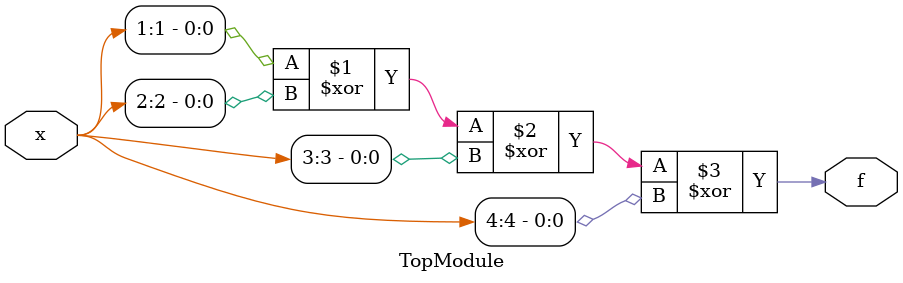
<source format=sv>

module TopModule (
  input [4:1] x,
  output logic f
);
assign f = x[1] ^ x[2] ^ x[3] ^ x[4];

endmodule

</source>
